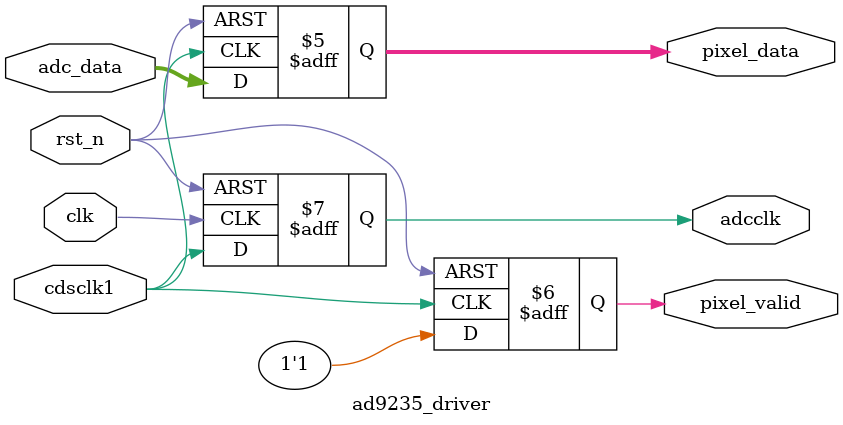
<source format=v>
module ad9235_driver (
    input wire clk,             // 100 MHz
    input wire rst_n,           // 低有效复位
    input wire [11:0] adc_data, // AD9235 并行数据
    input wire cdsclk1,         // CCD 时序作为 ADC 采样时钟
    output reg adcclk,          // 送给 AD9235 的时钟（与 cdsclk1 同步）
    output reg [11:0] pixel_data, // 采集到的像素数据
    output reg pixel_valid        // 数据有效
);

    always @(posedge clk or negedge rst_n) begin
        if (!rst_n)
            adcclk <= 0;
        else
            adcclk <= cdsclk1;  // 直接把 cdsclk1 作为 ADC 时钟输出
    end

    always @(posedge cdsclk1 or negedge rst_n) begin
        if (!rst_n) begin
            pixel_data <= 12'd0;
            pixel_valid <= 0;
        end else begin
            pixel_data <= adc_data;
            pixel_valid <= 1;
        end
    end

endmodule

</source>
